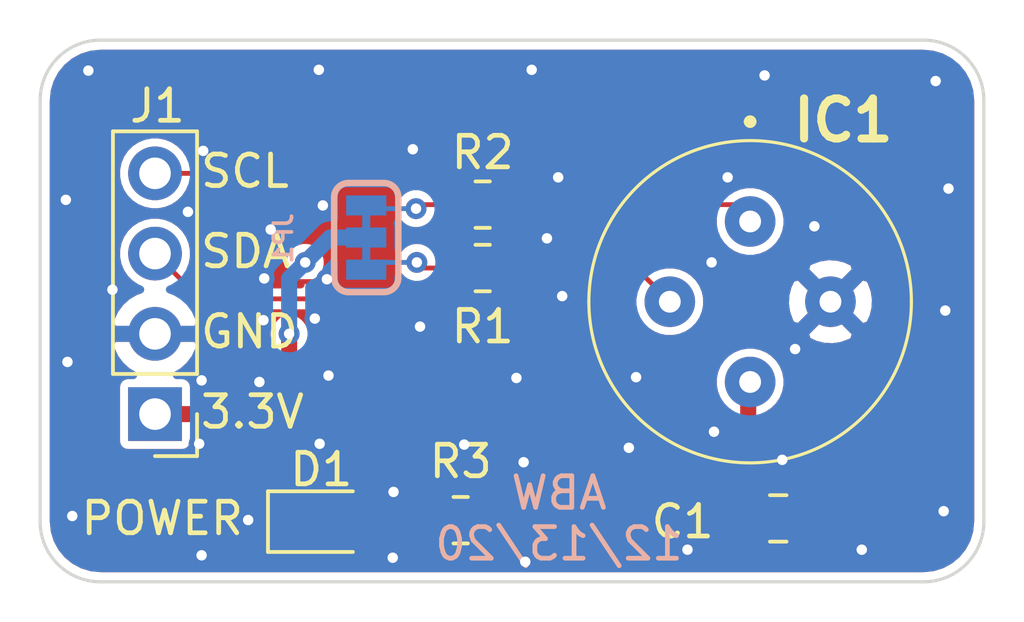
<source format=kicad_pcb>
(kicad_pcb (version 20171130) (host pcbnew "(5.1.8)-1")

  (general
    (thickness 1.6)
    (drawings 14)
    (tracks 95)
    (zones 0)
    (modules 8)
    (nets 8)
  )

  (page A4)
  (layers
    (0 F.Cu signal)
    (31 B.Cu signal)
    (32 B.Adhes user)
    (33 F.Adhes user)
    (34 B.Paste user)
    (35 F.Paste user)
    (36 B.SilkS user)
    (37 F.SilkS user)
    (38 B.Mask user)
    (39 F.Mask user)
    (40 Dwgs.User user)
    (41 Cmts.User user)
    (42 Eco1.User user)
    (43 Eco2.User user)
    (44 Edge.Cuts user)
    (45 Margin user)
    (46 B.CrtYd user)
    (47 F.CrtYd user)
    (48 B.Fab user hide)
    (49 F.Fab user hide)
  )

  (setup
    (last_trace_width 0.1778)
    (user_trace_width 0.1524)
    (user_trace_width 0.1778)
    (user_trace_width 0.254)
    (user_trace_width 0.3048)
    (user_trace_width 0.381)
    (user_trace_width 0.508)
    (user_trace_width 0.635)
    (user_trace_width 0.889)
    (user_trace_width 1.016)
    (user_trace_width 1.27)
    (user_trace_width 1.905)
    (user_trace_width 2.54)
    (trace_clearance 0.2)
    (zone_clearance 0.508)
    (zone_45_only no)
    (trace_min 0.1)
    (via_size 0.8)
    (via_drill 0.4)
    (via_min_size 0.4)
    (via_min_drill 0.3)
    (user_via 0.6096 0.3048)
    (user_via 0.6604 0.3302)
    (user_via 0.889 0.381)
    (user_via 1.397 0.635)
    (uvia_size 0.3)
    (uvia_drill 0.1)
    (uvias_allowed no)
    (uvia_min_size 0.2)
    (uvia_min_drill 0.1)
    (edge_width 0.05)
    (segment_width 0.2)
    (pcb_text_width 0.3)
    (pcb_text_size 1.5 1.5)
    (mod_edge_width 0.12)
    (mod_text_size 1 1)
    (mod_text_width 0.15)
    (pad_size 1.524 1.524)
    (pad_drill 0.762)
    (pad_to_mask_clearance 0.051)
    (solder_mask_min_width 0.25)
    (aux_axis_origin 0 0)
    (visible_elements FFFFFF7F)
    (pcbplotparams
      (layerselection 0x010fc_ffffffff)
      (usegerberextensions false)
      (usegerberattributes true)
      (usegerberadvancedattributes true)
      (creategerberjobfile true)
      (excludeedgelayer true)
      (linewidth 0.100000)
      (plotframeref false)
      (viasonmask false)
      (mode 1)
      (useauxorigin false)
      (hpglpennumber 1)
      (hpglpenspeed 20)
      (hpglpendiameter 15.000000)
      (psnegative false)
      (psa4output false)
      (plotreference true)
      (plotvalue true)
      (plotinvisibletext false)
      (padsonsilk false)
      (subtractmaskfromsilk false)
      (outputformat 1)
      (mirror false)
      (drillshape 1)
      (scaleselection 1)
      (outputdirectory ""))
  )

  (net 0 "")
  (net 1 GND)
  (net 2 +3V3)
  (net 3 /SDA)
  (net 4 /SCL)
  (net 5 "Net-(JP1-Pad3)")
  (net 6 "Net-(JP1-Pad1)")
  (net 7 "Net-(D1-Pad2)")

  (net_class Default "This is the default net class."
    (clearance 0.2)
    (trace_width 0.25)
    (via_dia 0.8)
    (via_drill 0.4)
    (uvia_dia 0.3)
    (uvia_drill 0.1)
    (add_net +3V3)
    (add_net /SCL)
    (add_net /SDA)
    (add_net GND)
    (add_net "Net-(D1-Pad2)")
    (add_net "Net-(JP1-Pad1)")
    (add_net "Net-(JP1-Pad3)")
  )

  (module Resistor_SMD:R_0805_2012Metric (layer F.Cu) (tedit 5F68FEEE) (tstamp 5FD6D0DB)
    (at 143.475 101.555 180)
    (descr "Resistor SMD 0805 (2012 Metric), square (rectangular) end terminal, IPC_7351 nominal, (Body size source: IPC-SM-782 page 72, https://www.pcb-3d.com/wordpress/wp-content/uploads/ipc-sm-782a_amendment_1_and_2.pdf), generated with kicad-footprint-generator")
    (tags resistor)
    (path /5FD83FC3)
    (attr smd)
    (fp_text reference R3 (at 0 1.86) (layer F.SilkS)
      (effects (font (size 1 1) (thickness 0.15)))
    )
    (fp_text value 330 (at 0 1.65) (layer F.Fab)
      (effects (font (size 1 1) (thickness 0.15)))
    )
    (fp_text user %R (at 0 0) (layer F.Fab)
      (effects (font (size 0.5 0.5) (thickness 0.08)))
    )
    (fp_line (start -1 0.625) (end -1 -0.625) (layer F.Fab) (width 0.1))
    (fp_line (start -1 -0.625) (end 1 -0.625) (layer F.Fab) (width 0.1))
    (fp_line (start 1 -0.625) (end 1 0.625) (layer F.Fab) (width 0.1))
    (fp_line (start 1 0.625) (end -1 0.625) (layer F.Fab) (width 0.1))
    (fp_line (start -0.227064 -0.735) (end 0.227064 -0.735) (layer F.SilkS) (width 0.12))
    (fp_line (start -0.227064 0.735) (end 0.227064 0.735) (layer F.SilkS) (width 0.12))
    (fp_line (start -1.68 0.95) (end -1.68 -0.95) (layer F.CrtYd) (width 0.05))
    (fp_line (start -1.68 -0.95) (end 1.68 -0.95) (layer F.CrtYd) (width 0.05))
    (fp_line (start 1.68 -0.95) (end 1.68 0.95) (layer F.CrtYd) (width 0.05))
    (fp_line (start 1.68 0.95) (end -1.68 0.95) (layer F.CrtYd) (width 0.05))
    (pad 2 smd roundrect (at 0.9125 0 180) (size 1.025 1.4) (layers F.Cu F.Paste F.Mask) (roundrect_rratio 0.243902)
      (net 7 "Net-(D1-Pad2)"))
    (pad 1 smd roundrect (at -0.9125 0 180) (size 1.025 1.4) (layers F.Cu F.Paste F.Mask) (roundrect_rratio 0.243902)
      (net 2 +3V3))
    (model ${KISYS3DMOD}/Resistor_SMD.3dshapes/R_0805_2012Metric.wrl
      (at (xyz 0 0 0))
      (scale (xyz 1 1 1))
      (rotate (xyz 0 0 0))
    )
  )

  (module LED_SMD:LED_0805_2012Metric (layer F.Cu) (tedit 5F68FEF1) (tstamp 5FD6D00A)
    (at 139.065 101.6)
    (descr "LED SMD 0805 (2012 Metric), square (rectangular) end terminal, IPC_7351 nominal, (Body size source: https://docs.google.com/spreadsheets/d/1BsfQQcO9C6DZCsRaXUlFlo91Tg2WpOkGARC1WS5S8t0/edit?usp=sharing), generated with kicad-footprint-generator")
    (tags LED)
    (path /5FD84433)
    (attr smd)
    (fp_text reference D1 (at 0 -1.65) (layer F.SilkS)
      (effects (font (size 1 1) (thickness 0.15)))
    )
    (fp_text value LED (at 0 1.65) (layer F.Fab)
      (effects (font (size 1 1) (thickness 0.15)))
    )
    (fp_text user %R (at 0 0) (layer F.Fab)
      (effects (font (size 0.5 0.5) (thickness 0.08)))
    )
    (fp_line (start 1 -0.6) (end -0.7 -0.6) (layer F.Fab) (width 0.1))
    (fp_line (start -0.7 -0.6) (end -1 -0.3) (layer F.Fab) (width 0.1))
    (fp_line (start -1 -0.3) (end -1 0.6) (layer F.Fab) (width 0.1))
    (fp_line (start -1 0.6) (end 1 0.6) (layer F.Fab) (width 0.1))
    (fp_line (start 1 0.6) (end 1 -0.6) (layer F.Fab) (width 0.1))
    (fp_line (start 1 -0.96) (end -1.685 -0.96) (layer F.SilkS) (width 0.12))
    (fp_line (start -1.685 -0.96) (end -1.685 0.96) (layer F.SilkS) (width 0.12))
    (fp_line (start -1.685 0.96) (end 1 0.96) (layer F.SilkS) (width 0.12))
    (fp_line (start -1.68 0.95) (end -1.68 -0.95) (layer F.CrtYd) (width 0.05))
    (fp_line (start -1.68 -0.95) (end 1.68 -0.95) (layer F.CrtYd) (width 0.05))
    (fp_line (start 1.68 -0.95) (end 1.68 0.95) (layer F.CrtYd) (width 0.05))
    (fp_line (start 1.68 0.95) (end -1.68 0.95) (layer F.CrtYd) (width 0.05))
    (pad 2 smd roundrect (at 0.9375 0) (size 0.975 1.4) (layers F.Cu F.Paste F.Mask) (roundrect_rratio 0.25)
      (net 7 "Net-(D1-Pad2)"))
    (pad 1 smd roundrect (at -0.9375 0) (size 0.975 1.4) (layers F.Cu F.Paste F.Mask) (roundrect_rratio 0.25)
      (net 1 GND))
    (model ${KISYS3DMOD}/LED_SMD.3dshapes/LED_0805_2012Metric.wrl
      (at (xyz 0 0 0))
      (scale (xyz 1 1 1))
      (rotate (xyz 0 0 0))
    )
  )

  (module Resistor_SMD:R_0805_2012Metric (layer F.Cu) (tedit 5F68FEEE) (tstamp 5FD6CA2A)
    (at 144.1704 91.567)
    (descr "Resistor SMD 0805 (2012 Metric), square (rectangular) end terminal, IPC_7351 nominal, (Body size source: IPC-SM-782 page 72, https://www.pcb-3d.com/wordpress/wp-content/uploads/ipc-sm-782a_amendment_1_and_2.pdf), generated with kicad-footprint-generator")
    (tags resistor)
    (path /5FD6E511)
    (attr smd)
    (fp_text reference R2 (at 0 -1.65) (layer F.SilkS)
      (effects (font (size 1 1) (thickness 0.15)))
    )
    (fp_text value 2.2k (at 0 1.65) (layer F.Fab)
      (effects (font (size 1 1) (thickness 0.15)))
    )
    (fp_text user %R (at 0 0) (layer F.Fab)
      (effects (font (size 0.5 0.5) (thickness 0.08)))
    )
    (fp_line (start -1 0.625) (end -1 -0.625) (layer F.Fab) (width 0.1))
    (fp_line (start -1 -0.625) (end 1 -0.625) (layer F.Fab) (width 0.1))
    (fp_line (start 1 -0.625) (end 1 0.625) (layer F.Fab) (width 0.1))
    (fp_line (start 1 0.625) (end -1 0.625) (layer F.Fab) (width 0.1))
    (fp_line (start -0.227064 -0.735) (end 0.227064 -0.735) (layer F.SilkS) (width 0.12))
    (fp_line (start -0.227064 0.735) (end 0.227064 0.735) (layer F.SilkS) (width 0.12))
    (fp_line (start -1.68 0.95) (end -1.68 -0.95) (layer F.CrtYd) (width 0.05))
    (fp_line (start -1.68 -0.95) (end 1.68 -0.95) (layer F.CrtYd) (width 0.05))
    (fp_line (start 1.68 -0.95) (end 1.68 0.95) (layer F.CrtYd) (width 0.05))
    (fp_line (start 1.68 0.95) (end -1.68 0.95) (layer F.CrtYd) (width 0.05))
    (pad 2 smd roundrect (at 0.9125 0) (size 1.025 1.4) (layers F.Cu F.Paste F.Mask) (roundrect_rratio 0.243902)
      (net 4 /SCL))
    (pad 1 smd roundrect (at -0.9125 0) (size 1.025 1.4) (layers F.Cu F.Paste F.Mask) (roundrect_rratio 0.243902)
      (net 6 "Net-(JP1-Pad1)"))
    (model ${KISYS3DMOD}/Resistor_SMD.3dshapes/R_0805_2012Metric.wrl
      (at (xyz 0 0 0))
      (scale (xyz 1 1 1))
      (rotate (xyz 0 0 0))
    )
  )

  (module Resistor_SMD:R_0805_2012Metric (layer F.Cu) (tedit 5F68FEEE) (tstamp 5FD6CA19)
    (at 144.1704 93.5736)
    (descr "Resistor SMD 0805 (2012 Metric), square (rectangular) end terminal, IPC_7351 nominal, (Body size source: IPC-SM-782 page 72, https://www.pcb-3d.com/wordpress/wp-content/uploads/ipc-sm-782a_amendment_1_and_2.pdf), generated with kicad-footprint-generator")
    (tags resistor)
    (path /5FD6CAF1)
    (attr smd)
    (fp_text reference R1 (at 0 1.8542) (layer F.SilkS)
      (effects (font (size 1 1) (thickness 0.15)))
    )
    (fp_text value 2.2k (at 0 1.65) (layer F.Fab)
      (effects (font (size 1 1) (thickness 0.15)))
    )
    (fp_text user %R (at 0 0) (layer F.Fab)
      (effects (font (size 0.5 0.5) (thickness 0.08)))
    )
    (fp_line (start -1 0.625) (end -1 -0.625) (layer F.Fab) (width 0.1))
    (fp_line (start -1 -0.625) (end 1 -0.625) (layer F.Fab) (width 0.1))
    (fp_line (start 1 -0.625) (end 1 0.625) (layer F.Fab) (width 0.1))
    (fp_line (start 1 0.625) (end -1 0.625) (layer F.Fab) (width 0.1))
    (fp_line (start -0.227064 -0.735) (end 0.227064 -0.735) (layer F.SilkS) (width 0.12))
    (fp_line (start -0.227064 0.735) (end 0.227064 0.735) (layer F.SilkS) (width 0.12))
    (fp_line (start -1.68 0.95) (end -1.68 -0.95) (layer F.CrtYd) (width 0.05))
    (fp_line (start -1.68 -0.95) (end 1.68 -0.95) (layer F.CrtYd) (width 0.05))
    (fp_line (start 1.68 -0.95) (end 1.68 0.95) (layer F.CrtYd) (width 0.05))
    (fp_line (start 1.68 0.95) (end -1.68 0.95) (layer F.CrtYd) (width 0.05))
    (pad 2 smd roundrect (at 0.9125 0) (size 1.025 1.4) (layers F.Cu F.Paste F.Mask) (roundrect_rratio 0.243902)
      (net 3 /SDA))
    (pad 1 smd roundrect (at -0.9125 0) (size 1.025 1.4) (layers F.Cu F.Paste F.Mask) (roundrect_rratio 0.243902)
      (net 5 "Net-(JP1-Pad3)"))
    (model ${KISYS3DMOD}/Resistor_SMD.3dshapes/R_0805_2012Metric.wrl
      (at (xyz 0 0 0))
      (scale (xyz 1 1 1))
      (rotate (xyz 0 0 0))
    )
  )

  (module Capacitor_SMD:C_0805_2012Metric (layer F.Cu) (tedit 5F68FEEE) (tstamp 5FD6C988)
    (at 153.5176 101.4984)
    (descr "Capacitor SMD 0805 (2012 Metric), square (rectangular) end terminal, IPC_7351 nominal, (Body size source: IPC-SM-782 page 76, https://www.pcb-3d.com/wordpress/wp-content/uploads/ipc-sm-782a_amendment_1_and_2.pdf, https://docs.google.com/spreadsheets/d/1BsfQQcO9C6DZCsRaXUlFlo91Tg2WpOkGARC1WS5S8t0/edit?usp=sharing), generated with kicad-footprint-generator")
    (tags capacitor)
    (path /5FD6CD93)
    (attr smd)
    (fp_text reference C1 (at -3.0226 0.1016) (layer F.SilkS)
      (effects (font (size 1 1) (thickness 0.15)))
    )
    (fp_text value 0.1uF (at 0 1.68) (layer F.Fab)
      (effects (font (size 1 1) (thickness 0.15)))
    )
    (fp_text user %R (at 0 0) (layer F.Fab)
      (effects (font (size 0.5 0.5) (thickness 0.08)))
    )
    (fp_line (start -1 0.625) (end -1 -0.625) (layer F.Fab) (width 0.1))
    (fp_line (start -1 -0.625) (end 1 -0.625) (layer F.Fab) (width 0.1))
    (fp_line (start 1 -0.625) (end 1 0.625) (layer F.Fab) (width 0.1))
    (fp_line (start 1 0.625) (end -1 0.625) (layer F.Fab) (width 0.1))
    (fp_line (start -0.261252 -0.735) (end 0.261252 -0.735) (layer F.SilkS) (width 0.12))
    (fp_line (start -0.261252 0.735) (end 0.261252 0.735) (layer F.SilkS) (width 0.12))
    (fp_line (start -1.7 0.98) (end -1.7 -0.98) (layer F.CrtYd) (width 0.05))
    (fp_line (start -1.7 -0.98) (end 1.7 -0.98) (layer F.CrtYd) (width 0.05))
    (fp_line (start 1.7 -0.98) (end 1.7 0.98) (layer F.CrtYd) (width 0.05))
    (fp_line (start 1.7 0.98) (end -1.7 0.98) (layer F.CrtYd) (width 0.05))
    (pad 2 smd roundrect (at 0.95 0) (size 1 1.45) (layers F.Cu F.Paste F.Mask) (roundrect_rratio 0.25)
      (net 1 GND))
    (pad 1 smd roundrect (at -0.95 0) (size 1 1.45) (layers F.Cu F.Paste F.Mask) (roundrect_rratio 0.25)
      (net 2 +3V3))
    (model ${KISYS3DMOD}/Capacitor_SMD.3dshapes/C_0805_2012Metric.wrl
      (at (xyz 0 0 0))
      (scale (xyz 1 1 1))
      (rotate (xyz 0 0 0))
    )
  )

  (module Jumper:SMT-JUMPER_3_2-NC_TRACE_SILK (layer B.Cu) (tedit 0) (tstamp 5FD6C6AC)
    (at 140.4874 92.6084 270)
    (path /5FD6D180)
    (fp_text reference JP1 (at 0.0284 2.286 270) (layer B.SilkS)
      (effects (font (size 0.57912 0.57912) (thickness 0.115824)) (justify bottom mirror))
    )
    (fp_text value I2C (at 0 -1.143 270) (layer B.Fab)
      (effects (font (size 0.57912 0.57912) (thickness 0.115824)) (justify top mirror))
    )
    (fp_arc (start 1.27 -0.5588) (end 1.27 -1.016) (angle 90) (layer B.SilkS) (width 0.2032))
    (fp_arc (start -1.27 -0.5588) (end -1.7272 -0.5588) (angle 90) (layer B.SilkS) (width 0.2032))
    (fp_arc (start -1.27 0.5588) (end -1.7272 0.5588) (angle -90) (layer B.SilkS) (width 0.2032))
    (fp_arc (start 1.27 0.5588) (end 1.27 1.016) (angle -90) (layer B.SilkS) (width 0.2032))
    (fp_line (start 1.27 -1.016) (end -1.27 -1.016) (layer B.SilkS) (width 0.2032))
    (fp_line (start 1.7272 -0.5588) (end 1.7272 0.5588) (layer B.SilkS) (width 0.2032))
    (fp_line (start -1.7272 -0.5588) (end -1.7272 0.5588) (layer B.SilkS) (width 0.2032))
    (fp_line (start -1.27 1.016) (end 1.27 1.016) (layer B.SilkS) (width 0.2032))
    (fp_poly (pts (xy -0.6985 0.127) (xy 0.6985 0.127) (xy 0.6985 -0.127) (xy -0.6985 -0.127)) (layer B.Mask) (width 0))
    (fp_poly (pts (xy 0.3048 -0.127) (xy 0.7112 -0.127) (xy 0.7112 0.127) (xy 0.3048 0.127)) (layer B.Cu) (width 0))
    (fp_poly (pts (xy -0.7112 -0.127) (xy -0.3048 -0.127) (xy -0.3048 0.127) (xy -0.7112 0.127)) (layer B.Cu) (width 0))
    (pad 3 smd rect (at 1.016 0 270) (size 0.635 1.27) (layers B.Cu B.Mask)
      (net 5 "Net-(JP1-Pad3)") (solder_mask_margin 0.1016))
    (pad 2 smd rect (at 0 0 270) (size 0.635 1.27) (layers B.Cu B.Mask)
      (net 2 +3V3) (solder_mask_margin 0.1016))
    (pad 1 smd rect (at -1.016 0 270) (size 0.635 1.27) (layers B.Cu B.Mask)
      (net 6 "Net-(JP1-Pad1)") (solder_mask_margin 0.1016))
  )

  (module Connector_PinHeader_2.54mm:PinHeader_1x04_P2.54mm_Vertical (layer F.Cu) (tedit 59FED5CC) (tstamp 5FD6C69A)
    (at 133.8072 98.1964 180)
    (descr "Through hole straight pin header, 1x04, 2.54mm pitch, single row")
    (tags "Through hole pin header THT 1x04 2.54mm single row")
    (path /5FD6DF01)
    (fp_text reference J1 (at -0.0762 9.7536) (layer F.SilkS)
      (effects (font (size 1 1) (thickness 0.15)))
    )
    (fp_text value Conn_01x04 (at 0 9.95) (layer F.Fab)
      (effects (font (size 1 1) (thickness 0.15)))
    )
    (fp_text user %R (at 0 3.81 90) (layer F.Fab)
      (effects (font (size 1 1) (thickness 0.15)))
    )
    (fp_line (start -0.635 -1.27) (end 1.27 -1.27) (layer F.Fab) (width 0.1))
    (fp_line (start 1.27 -1.27) (end 1.27 8.89) (layer F.Fab) (width 0.1))
    (fp_line (start 1.27 8.89) (end -1.27 8.89) (layer F.Fab) (width 0.1))
    (fp_line (start -1.27 8.89) (end -1.27 -0.635) (layer F.Fab) (width 0.1))
    (fp_line (start -1.27 -0.635) (end -0.635 -1.27) (layer F.Fab) (width 0.1))
    (fp_line (start -1.33 8.95) (end 1.33 8.95) (layer F.SilkS) (width 0.12))
    (fp_line (start -1.33 1.27) (end -1.33 8.95) (layer F.SilkS) (width 0.12))
    (fp_line (start 1.33 1.27) (end 1.33 8.95) (layer F.SilkS) (width 0.12))
    (fp_line (start -1.33 1.27) (end 1.33 1.27) (layer F.SilkS) (width 0.12))
    (fp_line (start -1.33 0) (end -1.33 -1.33) (layer F.SilkS) (width 0.12))
    (fp_line (start -1.33 -1.33) (end 0 -1.33) (layer F.SilkS) (width 0.12))
    (fp_line (start -1.8 -1.8) (end -1.8 9.4) (layer F.CrtYd) (width 0.05))
    (fp_line (start -1.8 9.4) (end 1.8 9.4) (layer F.CrtYd) (width 0.05))
    (fp_line (start 1.8 9.4) (end 1.8 -1.8) (layer F.CrtYd) (width 0.05))
    (fp_line (start 1.8 -1.8) (end -1.8 -1.8) (layer F.CrtYd) (width 0.05))
    (pad 4 thru_hole oval (at 0 7.62 180) (size 1.7 1.7) (drill 1) (layers *.Cu *.Mask)
      (net 4 /SCL))
    (pad 3 thru_hole oval (at 0 5.08 180) (size 1.7 1.7) (drill 1) (layers *.Cu *.Mask)
      (net 3 /SDA))
    (pad 2 thru_hole oval (at 0 2.54 180) (size 1.7 1.7) (drill 1) (layers *.Cu *.Mask)
      (net 1 GND))
    (pad 1 thru_hole rect (at 0 0 180) (size 1.7 1.7) (drill 1) (layers *.Cu *.Mask)
      (net 2 +3V3))
    (model ${KISYS3DMOD}/Connector_PinHeader_2.54mm.3dshapes/PinHeader_1x04_P2.54mm_Vertical.wrl
      (offset (xyz 0 0 -1.5))
      (scale (xyz 1 1 1))
      (rotate (xyz 0 180 0))
    )
  )

  (module SamacSys_Parts:MLX90614ESFDCC000SP (layer F.Cu) (tedit 0) (tstamp 5FD6C682)
    (at 152.6286 92.1004)
    (descr MLX90614ESF-DCC-000-SP-4)
    (tags "Integrated Circuit")
    (path /5FD6C378)
    (fp_text reference IC1 (at 2.9464 -3.2004) (layer F.SilkS)
      (effects (font (size 1.27 1.27) (thickness 0.254)))
    )
    (fp_text value MLX90614ESF-ACF-000-TU (at 0 2.19) (layer F.SilkS) hide
      (effects (font (size 1.27 1.27) (thickness 0.254)))
    )
    (fp_arc (start 0 -3.16) (end -0.1 -3.16) (angle -180) (layer F.SilkS) (width 0.2))
    (fp_arc (start 0 -3.16) (end 0.1 -3.16) (angle -180) (layer F.SilkS) (width 0.2))
    (fp_arc (start 0 2.54) (end -5.1 2.54) (angle -180) (layer F.SilkS) (width 0.1))
    (fp_arc (start 0 2.54) (end 5.1 2.54) (angle -180) (layer F.SilkS) (width 0.1))
    (fp_arc (start 0 2.54) (end -5.1 2.54) (angle -180) (layer F.Fab) (width 0.2))
    (fp_arc (start 0 2.54) (end 5.1 2.54) (angle -180) (layer F.Fab) (width 0.2))
    (fp_text user %R (at 0 2.19) (layer F.Fab)
      (effects (font (size 1.27 1.27) (thickness 0.254)))
    )
    (fp_line (start 5.6 -3.76) (end -5.6 -3.76) (layer F.CrtYd) (width 0.1))
    (fp_line (start -5.6 -3.76) (end -5.6 8.14) (layer F.CrtYd) (width 0.1))
    (fp_line (start -5.6 8.14) (end 5.6 8.14) (layer F.CrtYd) (width 0.1))
    (fp_line (start 5.6 8.14) (end 5.6 -3.76) (layer F.CrtYd) (width 0.1))
    (fp_line (start 5.1 2.54) (end 5.1 2.54) (layer F.Fab) (width 0.2))
    (fp_line (start -5.1 2.54) (end -5.1 2.54) (layer F.Fab) (width 0.2))
    (fp_line (start 5.1 2.54) (end 5.1 2.54) (layer F.SilkS) (width 0.1))
    (fp_line (start -5.1 2.54) (end -5.1 2.54) (layer F.SilkS) (width 0.1))
    (fp_line (start 0.1 -3.16) (end 0.1 -3.16) (layer F.SilkS) (width 0.2))
    (fp_line (start -0.1 -3.16) (end -0.1 -3.16) (layer F.SilkS) (width 0.2))
    (pad 4 thru_hole circle (at 2.54 2.54) (size 1.6 1.6) (drill 0.69) (layers *.Cu *.Mask)
      (net 1 GND))
    (pad 3 thru_hole circle (at 0 5.08) (size 1.6 1.6) (drill 0.69) (layers *.Cu *.Mask)
      (net 2 +3V3))
    (pad 2 thru_hole circle (at -2.54 2.54) (size 1.6 1.6) (drill 0.69) (layers *.Cu *.Mask)
      (net 3 /SDA))
    (pad 1 thru_hole circle (at 0 0) (size 1.6 1.6) (drill 0.69) (layers *.Cu *.Mask)
      (net 4 /SCL))
    (model "D:\\AveryW\\Assorted Programs\\KiCad\\SamacSys_Parts.3dshapes\\MLX90614ESF-ACF-000-TU.stp"
      (at (xyz 0 0 0))
      (scale (xyz 1 1 1))
      (rotate (xyz 0 0 0))
    )
  )

  (gr_text POWER (at 134.0358 101.4984) (layer F.SilkS)
    (effects (font (size 1 1) (thickness 0.15)))
  )
  (gr_text "ABW\n12/13/20" (at 146.5834 101.4984) (layer B.SilkS)
    (effects (font (size 1 1) (thickness 0.15)) (justify mirror))
  )
  (gr_text SCL (at 136.652 90.5089) (layer F.SilkS)
    (effects (font (size 1 1) (thickness 0.15)))
  )
  (gr_text SDA (at 136.67581 93.0489) (layer F.SilkS)
    (effects (font (size 1 1) (thickness 0.15)))
  )
  (gr_text GND (at 136.794857 95.5889) (layer F.SilkS)
    (effects (font (size 1 1) (thickness 0.15)))
  )
  (gr_text 3.3V (at 136.890095 98.1289) (layer F.SilkS)
    (effects (font (size 1 1) (thickness 0.15)))
  )
  (gr_arc (start 132.08 101.6) (end 130.175 101.6) (angle -90) (layer Edge.Cuts) (width 0.1) (tstamp 5FD6CDA3))
  (gr_arc (start 158.115 101.6) (end 158.115 103.505) (angle -90) (layer Edge.Cuts) (width 0.1) (tstamp 5FD6CDA3))
  (gr_arc (start 158.115 88.265) (end 160.02 88.265) (angle -90) (layer Edge.Cuts) (width 0.1) (tstamp 5FD6CDA3))
  (gr_arc (start 132.08 88.265) (end 132.08 86.36) (angle -90) (layer Edge.Cuts) (width 0.1))
  (gr_line (start 160.02 88.265) (end 160.02 101.6) (layer Edge.Cuts) (width 0.1))
  (gr_line (start 132.08 86.36) (end 158.115 86.36) (layer Edge.Cuts) (width 0.1))
  (gr_line (start 130.175 101.6) (end 130.175 88.265) (layer Edge.Cuts) (width 0.1))
  (gr_line (start 158.115 103.505) (end 132.08 103.505) (layer Edge.Cuts) (width 0.1))

  (via (at 137.2616 93.9038) (size 0.6604) (drill 0.3302) (layers F.Cu B.Cu) (net 1))
  (via (at 139.2428 93.9292) (size 0.6604) (drill 0.3302) (layers F.Cu B.Cu) (net 1))
  (via (at 137.2362 95.2246) (size 0.6604) (drill 0.3302) (layers F.Cu B.Cu) (net 1))
  (via (at 138.8618 95.1738) (size 0.6604) (drill 0.3302) (layers F.Cu B.Cu) (net 1))
  (segment (start 138.737999 95.049999) (end 138.8618 95.1738) (width 0.1524) (layer F.Cu) (net 1))
  (segment (start 137.757927 95.049999) (end 138.737999 95.049999) (width 0.1524) (layer F.Cu) (net 1))
  (segment (start 137.583326 95.2246) (end 137.757927 95.049999) (width 0.1524) (layer F.Cu) (net 1))
  (segment (start 137.2362 95.2246) (end 137.583326 95.2246) (width 0.1524) (layer F.Cu) (net 1))
  (segment (start 137.360001 94.002201) (end 137.2616 93.9038) (width 0.1524) (layer F.Cu) (net 1))
  (segment (start 139.169799 94.002201) (end 137.360001 94.002201) (width 0.1524) (layer F.Cu) (net 1))
  (segment (start 139.2428 93.9292) (end 139.169799 94.002201) (width 0.1524) (layer F.Cu) (net 1))
  (segment (start 136.8044 95.6564) (end 137.2362 95.2246) (width 0.1524) (layer F.Cu) (net 1))
  (segment (start 133.8072 95.6564) (end 136.8044 95.6564) (width 0.1524) (layer F.Cu) (net 1))
  (via (at 143.5862 99.1616) (size 0.6604) (drill 0.3302) (layers F.Cu B.Cu) (net 1))
  (via (at 139.0142 99.1362) (size 0.6604) (drill 0.3302) (layers F.Cu B.Cu) (net 1))
  (via (at 135.2042 99.1362) (size 0.6604) (drill 0.3302) (layers F.Cu B.Cu) (net 1))
  (via (at 135.2804 102.6668) (size 0.6604) (drill 0.3302) (layers F.Cu B.Cu) (net 1))
  (via (at 141.3256 102.743) (size 0.6604) (drill 0.3302) (layers F.Cu B.Cu) (net 1))
  (via (at 141.351 100.6602) (size 0.6604) (drill 0.3302) (layers F.Cu B.Cu) (net 1))
  (via (at 136.7536 101.5492) (size 0.6604) (drill 0.3302) (layers F.Cu B.Cu) (net 1))
  (via (at 145.5166 102.87) (size 0.6604) (drill 0.3302) (layers F.Cu B.Cu) (net 1))
  (via (at 145.4658 99.7204) (size 0.6604) (drill 0.3302) (layers F.Cu B.Cu) (net 1))
  (via (at 148.7932 99.2632) (size 0.6604) (drill 0.3302) (layers F.Cu B.Cu) (net 1))
  (via (at 150.6474 102.489) (size 0.6604) (drill 0.3302) (layers F.Cu B.Cu) (net 1))
  (via (at 156.1592 102.489) (size 0.6604) (drill 0.3302) (layers F.Cu B.Cu) (net 1))
  (via (at 153.6446 99.6442) (size 0.6604) (drill 0.3302) (layers F.Cu B.Cu) (net 1))
  (via (at 151.4856 98.7552) (size 0.6604) (drill 0.3302) (layers F.Cu B.Cu) (net 1))
  (via (at 149.0218 97.028) (size 0.6604) (drill 0.3302) (layers F.Cu B.Cu) (net 1))
  (via (at 145.2372 97.0534) (size 0.6604) (drill 0.3302) (layers F.Cu B.Cu) (net 1))
  (via (at 139.2936 96.9772) (size 0.6604) (drill 0.3302) (layers F.Cu B.Cu) (net 1))
  (via (at 142.1892 95.4278) (size 0.6604) (drill 0.3302) (layers F.Cu B.Cu) (net 1))
  (via (at 146.685 94.4626) (size 0.6604) (drill 0.3302) (layers F.Cu B.Cu) (net 1))
  (via (at 146.2024 92.6338) (size 0.6604) (drill 0.3302) (layers F.Cu B.Cu) (net 1))
  (via (at 151.4094 93.3958) (size 0.6604) (drill 0.3302) (layers F.Cu B.Cu) (net 1))
  (via (at 154.051 96.139) (size 0.6604) (drill 0.3302) (layers F.Cu B.Cu) (net 1))
  (via (at 154.6606 92.2528) (size 0.6604) (drill 0.3302) (layers F.Cu B.Cu) (net 1))
  (via (at 158.496 87.6554) (size 0.6604) (drill 0.3302) (layers F.Cu B.Cu) (net 1))
  (via (at 153.0858 87.4776) (size 0.6604) (drill 0.3302) (layers F.Cu B.Cu) (net 1))
  (via (at 145.7198 87.2998) (size 0.6604) (drill 0.3302) (layers F.Cu B.Cu) (net 1))
  (via (at 138.9888 87.2998) (size 0.6604) (drill 0.3302) (layers F.Cu B.Cu) (net 1))
  (via (at 131.699 87.3252) (size 0.6604) (drill 0.3302) (layers F.Cu B.Cu) (net 1))
  (via (at 130.9878 91.4146) (size 0.6604) (drill 0.3302) (layers F.Cu B.Cu) (net 1))
  (via (at 131.0386 96.5454) (size 0.6604) (drill 0.3302) (layers F.Cu B.Cu) (net 1))
  (via (at 131.191 101.4222) (size 0.6604) (drill 0.3302) (layers F.Cu B.Cu) (net 1))
  (via (at 135.2804 97.1296) (size 0.6604) (drill 0.3302) (layers F.Cu B.Cu) (net 1))
  (via (at 137.1092 97.1804) (size 0.6604) (drill 0.3302) (layers F.Cu B.Cu) (net 1))
  (via (at 134.8486 91.7956) (size 0.6604) (drill 0.3302) (layers F.Cu B.Cu) (net 1))
  (via (at 139.1158 91.5924) (size 0.6604) (drill 0.3302) (layers F.Cu B.Cu) (net 1))
  (via (at 137.4648 92.3544) (size 0.6604) (drill 0.3302) (layers F.Cu B.Cu) (net 1))
  (via (at 135.3312 89.8652) (size 0.6604) (drill 0.3302) (layers F.Cu B.Cu) (net 1))
  (via (at 141.9606 89.8144) (size 0.6604) (drill 0.3302) (layers F.Cu B.Cu) (net 1))
  (via (at 146.558 90.7034) (size 0.6604) (drill 0.3302) (layers F.Cu B.Cu) (net 1))
  (via (at 151.9174 90.7034) (size 0.6604) (drill 0.3302) (layers F.Cu B.Cu) (net 1))
  (via (at 158.75 101.2698) (size 0.6604) (drill 0.3302) (layers F.Cu B.Cu) (net 1))
  (via (at 158.8008 94.9198) (size 0.6604) (drill 0.3302) (layers F.Cu B.Cu) (net 1))
  (via (at 158.9024 91.059) (size 0.6604) (drill 0.3302) (layers F.Cu B.Cu) (net 1))
  (via (at 132.461 94.2594) (size 0.6604) (drill 0.3302) (layers F.Cu B.Cu) (net 1))
  (segment (start 139.3444 92.6084) (end 138.557 93.3958) (width 0.508) (layer B.Cu) (net 2))
  (segment (start 140.4874 92.6084) (end 139.3444 92.6084) (width 0.508) (layer B.Cu) (net 2))
  (segment (start 138.049 93.9038) (end 138.049 95.6564) (width 0.508) (layer B.Cu) (net 2))
  (segment (start 138.557 93.3958) (end 138.049 93.9038) (width 0.508) (layer B.Cu) (net 2) (tstamp 5FD6CD2E))
  (via (at 138.557 93.3958) (size 0.6604) (drill 0.3302) (layers F.Cu B.Cu) (net 2))
  (via (at 138.049 95.6564) (size 0.6604) (drill 0.3302) (layers F.Cu B.Cu) (net 2))
  (segment (start 149.2656 98.1964) (end 152.5676 101.4984) (width 0.508) (layer F.Cu) (net 2))
  (segment (start 152.5676 97.2414) (end 152.6286 97.1804) (width 0.508) (layer F.Cu) (net 2))
  (segment (start 152.5676 101.4984) (end 152.5676 97.2414) (width 0.508) (layer F.Cu) (net 2))
  (segment (start 138.049 98.1202) (end 138.1252 98.1964) (width 0.508) (layer F.Cu) (net 2))
  (segment (start 138.049 95.6564) (end 138.049 98.1202) (width 0.508) (layer F.Cu) (net 2))
  (segment (start 133.8072 98.1964) (end 138.1252 98.1964) (width 0.508) (layer F.Cu) (net 2))
  (segment (start 138.1252 98.1964) (end 144.3736 98.1964) (width 0.508) (layer F.Cu) (net 2))
  (segment (start 144.3875 99.4525) (end 145.6436 98.1964) (width 0.1778) (layer F.Cu) (net 2))
  (segment (start 144.3875 101.555) (end 144.3875 99.4525) (width 0.1778) (layer F.Cu) (net 2))
  (segment (start 145.6436 98.1964) (end 149.2656 98.1964) (width 0.508) (layer F.Cu) (net 2))
  (segment (start 144.3736 98.1964) (end 145.6436 98.1964) (width 0.508) (layer F.Cu) (net 2))
  (segment (start 144.10669 94.54981) (end 145.0829 93.5736) (width 0.1524) (layer F.Cu) (net 3))
  (segment (start 135.24061 94.54981) (end 144.10669 94.54981) (width 0.1524) (layer F.Cu) (net 3))
  (segment (start 133.8072 93.1164) (end 135.24061 94.54981) (width 0.1524) (layer F.Cu) (net 3))
  (segment (start 149.0218 93.5736) (end 150.0886 94.6404) (width 0.1524) (layer F.Cu) (net 3))
  (segment (start 145.0829 93.5736) (end 149.0218 93.5736) (width 0.1524) (layer F.Cu) (net 3))
  (segment (start 144.0923 90.5764) (end 145.0829 91.567) (width 0.1524) (layer F.Cu) (net 4))
  (segment (start 133.8072 90.5764) (end 144.0923 90.5764) (width 0.1524) (layer F.Cu) (net 4))
  (segment (start 152.0952 91.567) (end 152.6286 92.1004) (width 0.1524) (layer F.Cu) (net 4))
  (segment (start 145.0829 91.567) (end 152.0952 91.567) (width 0.1524) (layer F.Cu) (net 4))
  (via (at 142.0876 93.3958) (size 0.6604) (drill 0.3302) (layers F.Cu B.Cu) (net 5))
  (segment (start 142.2654 93.5736) (end 142.0876 93.3958) (width 0.1524) (layer F.Cu) (net 5))
  (segment (start 143.2579 93.5736) (end 142.2654 93.5736) (width 0.1524) (layer F.Cu) (net 5))
  (segment (start 140.716 93.3958) (end 140.4874 93.6244) (width 0.1524) (layer B.Cu) (net 5))
  (segment (start 142.0876 93.3958) (end 140.716 93.3958) (width 0.1524) (layer B.Cu) (net 5))
  (via (at 142.0622 91.694) (size 0.6604) (drill 0.3302) (layers F.Cu B.Cu) (net 6))
  (segment (start 142.1892 91.567) (end 142.0622 91.694) (width 0.1524) (layer F.Cu) (net 6))
  (segment (start 143.2579 91.567) (end 142.1892 91.567) (width 0.1524) (layer F.Cu) (net 6))
  (segment (start 140.589 91.694) (end 140.4874 91.5924) (width 0.1524) (layer B.Cu) (net 6))
  (segment (start 142.0622 91.694) (end 140.589 91.694) (width 0.1524) (layer B.Cu) (net 6))
  (segment (start 140.0475 101.555) (end 140.0025 101.6) (width 0.1778) (layer F.Cu) (net 7))
  (segment (start 142.5625 101.555) (end 140.0475 101.555) (width 0.1778) (layer F.Cu) (net 7))

  (zone (net 1) (net_name GND) (layer F.Cu) (tstamp 0) (hatch edge 0.508)
    (connect_pads (clearance 0.254))
    (min_thickness 0.254)
    (fill yes (arc_segments 32) (thermal_gap 0.508) (thermal_bridge_width 0.508))
    (polygon
      (pts
        (xy 161.29 104.775) (xy 128.905 104.775) (xy 128.905 85.09) (xy 161.29 85.09)
      )
    )
    (filled_polygon
      (pts
        (xy 158.400898 86.821099) (xy 158.675907 86.904129) (xy 158.929556 87.038996) (xy 159.152175 87.22056) (xy 159.335287 87.441905)
        (xy 159.47192 87.694602) (xy 159.556869 87.969027) (xy 159.589 88.274727) (xy 159.589001 101.578912) (xy 159.558901 101.885897)
        (xy 159.47587 102.16091) (xy 159.341004 102.414556) (xy 159.15944 102.637175) (xy 158.938096 102.820287) (xy 158.685396 102.956921)
        (xy 158.410971 103.04187) (xy 158.105273 103.074) (xy 132.101078 103.074) (xy 131.794103 103.043901) (xy 131.51909 102.96087)
        (xy 131.265444 102.826004) (xy 131.042825 102.64444) (xy 130.859713 102.423096) (xy 130.793156 102.3) (xy 137.001928 102.3)
        (xy 137.014188 102.424482) (xy 137.050498 102.54418) (xy 137.109463 102.654494) (xy 137.188815 102.751185) (xy 137.285506 102.830537)
        (xy 137.39582 102.889502) (xy 137.515518 102.925812) (xy 137.64 102.938072) (xy 137.84175 102.935) (xy 138.0005 102.77625)
        (xy 138.0005 101.727) (xy 137.16375 101.727) (xy 137.005 101.88575) (xy 137.001928 102.3) (xy 130.793156 102.3)
        (xy 130.723079 102.170396) (xy 130.63813 101.895971) (xy 130.606 101.590273) (xy 130.606 100.9) (xy 137.001928 100.9)
        (xy 137.005 101.31425) (xy 137.16375 101.473) (xy 138.0005 101.473) (xy 138.0005 100.42375) (xy 138.2545 100.42375)
        (xy 138.2545 101.473) (xy 138.2745 101.473) (xy 138.2745 101.727) (xy 138.2545 101.727) (xy 138.2545 102.77625)
        (xy 138.41325 102.935) (xy 138.615 102.938072) (xy 138.739482 102.925812) (xy 138.85918 102.889502) (xy 138.969494 102.830537)
        (xy 139.066185 102.751185) (xy 139.145537 102.654494) (xy 139.204502 102.54418) (xy 139.240812 102.424482) (xy 139.242254 102.409845)
        (xy 139.315682 102.499318) (xy 139.410634 102.577243) (xy 139.518963 102.635146) (xy 139.636508 102.670803) (xy 139.75875 102.682843)
        (xy 140.24625 102.682843) (xy 140.368492 102.670803) (xy 140.486037 102.635146) (xy 140.594366 102.577243) (xy 140.689318 102.499318)
        (xy 140.767243 102.404366) (xy 140.825146 102.296037) (xy 140.860803 102.178492) (xy 140.872843 102.05625) (xy 140.872843 102.0249)
        (xy 141.669117 102.0249) (xy 141.679317 102.128462) (xy 141.715329 102.247179) (xy 141.77381 102.356589) (xy 141.852512 102.452488)
        (xy 141.948411 102.53119) (xy 142.057821 102.589671) (xy 142.176538 102.625683) (xy 142.299999 102.637843) (xy 142.825001 102.637843)
        (xy 142.948462 102.625683) (xy 143.067179 102.589671) (xy 143.176589 102.53119) (xy 143.272488 102.452488) (xy 143.35119 102.356589)
        (xy 143.409671 102.247179) (xy 143.445683 102.128462) (xy 143.457843 102.005001) (xy 143.457843 101.104999) (xy 143.445683 100.981538)
        (xy 143.409671 100.862821) (xy 143.35119 100.753411) (xy 143.272488 100.657512) (xy 143.176589 100.57881) (xy 143.067179 100.520329)
        (xy 142.948462 100.484317) (xy 142.825001 100.472157) (xy 142.299999 100.472157) (xy 142.176538 100.484317) (xy 142.057821 100.520329)
        (xy 141.948411 100.57881) (xy 141.852512 100.657512) (xy 141.77381 100.753411) (xy 141.715329 100.862821) (xy 141.679317 100.981538)
        (xy 141.669117 101.0851) (xy 140.867066 101.0851) (xy 140.860803 101.021508) (xy 140.825146 100.903963) (xy 140.767243 100.795634)
        (xy 140.689318 100.700682) (xy 140.594366 100.622757) (xy 140.486037 100.564854) (xy 140.368492 100.529197) (xy 140.24625 100.517157)
        (xy 139.75875 100.517157) (xy 139.636508 100.529197) (xy 139.518963 100.564854) (xy 139.410634 100.622757) (xy 139.315682 100.700682)
        (xy 139.242254 100.790155) (xy 139.240812 100.775518) (xy 139.204502 100.65582) (xy 139.145537 100.545506) (xy 139.066185 100.448815)
        (xy 138.969494 100.369463) (xy 138.85918 100.310498) (xy 138.739482 100.274188) (xy 138.615 100.261928) (xy 138.41325 100.265)
        (xy 138.2545 100.42375) (xy 138.0005 100.42375) (xy 137.84175 100.265) (xy 137.64 100.261928) (xy 137.515518 100.274188)
        (xy 137.39582 100.310498) (xy 137.285506 100.369463) (xy 137.188815 100.448815) (xy 137.109463 100.545506) (xy 137.050498 100.65582)
        (xy 137.014188 100.775518) (xy 137.001928 100.9) (xy 130.606 100.9) (xy 130.606 95.29951) (xy 132.365724 95.29951)
        (xy 132.487045 95.5294) (xy 133.6802 95.5294) (xy 133.6802 95.5094) (xy 133.9342 95.5094) (xy 133.9342 95.5294)
        (xy 135.127355 95.5294) (xy 135.248676 95.29951) (xy 135.204025 95.152301) (xy 135.128409 94.993547) (xy 135.150983 95.000395)
        (xy 135.21815 95.00701) (xy 135.21816 95.00701) (xy 135.24061 95.009221) (xy 135.26306 95.00701) (xy 137.758312 95.00701)
        (xy 137.712121 95.026143) (xy 137.595637 95.103975) (xy 137.496575 95.203037) (xy 137.418743 95.319521) (xy 137.365131 95.448951)
        (xy 137.3378 95.586353) (xy 137.3378 95.726447) (xy 137.365131 95.863849) (xy 137.414 95.981829) (xy 137.414001 97.5614)
        (xy 135.040043 97.5614) (xy 135.040043 97.3464) (xy 135.032687 97.271711) (xy 135.010901 97.199892) (xy 134.975522 97.133704)
        (xy 134.927911 97.075689) (xy 134.869896 97.028078) (xy 134.803708 96.992699) (xy 134.731889 96.970913) (xy 134.6572 96.963557)
        (xy 134.500567 96.963557) (xy 134.688555 96.851578) (xy 134.904788 96.656669) (xy 135.078841 96.42332) (xy 135.204025 96.160499)
        (xy 135.248676 96.01329) (xy 135.127355 95.7834) (xy 133.9342 95.7834) (xy 133.9342 95.8034) (xy 133.6802 95.8034)
        (xy 133.6802 95.7834) (xy 132.487045 95.7834) (xy 132.365724 96.01329) (xy 132.410375 96.160499) (xy 132.535559 96.42332)
        (xy 132.709612 96.656669) (xy 132.925845 96.851578) (xy 133.113833 96.963557) (xy 132.9572 96.963557) (xy 132.882511 96.970913)
        (xy 132.810692 96.992699) (xy 132.744504 97.028078) (xy 132.686489 97.075689) (xy 132.638878 97.133704) (xy 132.603499 97.199892)
        (xy 132.581713 97.271711) (xy 132.574357 97.3464) (xy 132.574357 99.0464) (xy 132.581713 99.121089) (xy 132.603499 99.192908)
        (xy 132.638878 99.259096) (xy 132.686489 99.317111) (xy 132.744504 99.364722) (xy 132.810692 99.400101) (xy 132.882511 99.421887)
        (xy 132.9572 99.429243) (xy 134.6572 99.429243) (xy 134.731889 99.421887) (xy 134.803708 99.400101) (xy 134.869896 99.364722)
        (xy 134.927911 99.317111) (xy 134.975522 99.259096) (xy 135.010901 99.192908) (xy 135.032687 99.121089) (xy 135.040043 99.0464)
        (xy 135.040043 98.8314) (xy 138.094018 98.8314) (xy 138.125199 98.834471) (xy 138.15638 98.8314) (xy 144.344062 98.8314)
        (xy 144.071552 99.10391) (xy 144.053624 99.118623) (xy 143.994903 99.190175) (xy 143.965129 99.245878) (xy 143.951269 99.271808)
        (xy 143.9244 99.360384) (xy 143.915327 99.4525) (xy 143.917601 99.475587) (xy 143.9176 100.509779) (xy 143.882821 100.520329)
        (xy 143.773411 100.57881) (xy 143.677512 100.657512) (xy 143.59881 100.753411) (xy 143.540329 100.862821) (xy 143.504317 100.981538)
        (xy 143.492157 101.104999) (xy 143.492157 102.005001) (xy 143.504317 102.128462) (xy 143.540329 102.247179) (xy 143.59881 102.356589)
        (xy 143.677512 102.452488) (xy 143.773411 102.53119) (xy 143.882821 102.589671) (xy 144.001538 102.625683) (xy 144.124999 102.637843)
        (xy 144.650001 102.637843) (xy 144.773462 102.625683) (xy 144.892179 102.589671) (xy 145.001589 102.53119) (xy 145.097488 102.452488)
        (xy 145.17619 102.356589) (xy 145.234671 102.247179) (xy 145.270683 102.128462) (xy 145.282843 102.005001) (xy 145.282843 101.104999)
        (xy 145.270683 100.981538) (xy 145.234671 100.862821) (xy 145.17619 100.753411) (xy 145.097488 100.657512) (xy 145.001589 100.57881)
        (xy 144.892179 100.520329) (xy 144.8574 100.509779) (xy 144.8574 99.647138) (xy 145.673139 98.8314) (xy 149.002576 98.8314)
        (xy 151.684757 101.513582) (xy 151.684757 101.9734) (xy 151.696917 102.096862) (xy 151.732929 102.215579) (xy 151.79141 102.324989)
        (xy 151.870112 102.420888) (xy 151.966011 102.49959) (xy 152.075421 102.558071) (xy 152.194138 102.594083) (xy 152.3176 102.606243)
        (xy 152.8176 102.606243) (xy 152.941062 102.594083) (xy 153.059779 102.558071) (xy 153.169189 102.49959) (xy 153.265088 102.420888)
        (xy 153.339989 102.32962) (xy 153.341788 102.347882) (xy 153.378098 102.46758) (xy 153.437063 102.577894) (xy 153.516415 102.674585)
        (xy 153.613106 102.753937) (xy 153.72342 102.812902) (xy 153.843118 102.849212) (xy 153.9676 102.861472) (xy 154.18185 102.8584)
        (xy 154.3406 102.69965) (xy 154.3406 101.6254) (xy 154.5946 101.6254) (xy 154.5946 102.69965) (xy 154.75335 102.8584)
        (xy 154.9676 102.861472) (xy 155.092082 102.849212) (xy 155.21178 102.812902) (xy 155.322094 102.753937) (xy 155.418785 102.674585)
        (xy 155.498137 102.577894) (xy 155.557102 102.46758) (xy 155.593412 102.347882) (xy 155.605672 102.2234) (xy 155.6026 101.78415)
        (xy 155.44385 101.6254) (xy 154.5946 101.6254) (xy 154.3406 101.6254) (xy 154.3206 101.6254) (xy 154.3206 101.3714)
        (xy 154.3406 101.3714) (xy 154.3406 100.29715) (xy 154.5946 100.29715) (xy 154.5946 101.3714) (xy 155.44385 101.3714)
        (xy 155.6026 101.21265) (xy 155.605672 100.7734) (xy 155.593412 100.648918) (xy 155.557102 100.52922) (xy 155.498137 100.418906)
        (xy 155.418785 100.322215) (xy 155.322094 100.242863) (xy 155.21178 100.183898) (xy 155.092082 100.147588) (xy 154.9676 100.135328)
        (xy 154.75335 100.1384) (xy 154.5946 100.29715) (xy 154.3406 100.29715) (xy 154.18185 100.1384) (xy 153.9676 100.135328)
        (xy 153.843118 100.147588) (xy 153.72342 100.183898) (xy 153.613106 100.242863) (xy 153.516415 100.322215) (xy 153.437063 100.418906)
        (xy 153.378098 100.52922) (xy 153.341788 100.648918) (xy 153.339989 100.66718) (xy 153.265088 100.575912) (xy 153.2026 100.52463)
        (xy 153.2026 98.217241) (xy 153.381443 98.097742) (xy 153.545942 97.933243) (xy 153.675188 97.739813) (xy 153.764214 97.524885)
        (xy 153.8096 97.296718) (xy 153.8096 97.064082) (xy 153.764214 96.835915) (xy 153.675188 96.620987) (xy 153.545942 96.427557)
        (xy 153.381443 96.263058) (xy 153.188013 96.133812) (xy 152.973085 96.044786) (xy 152.744918 95.9994) (xy 152.512282 95.9994)
        (xy 152.284115 96.044786) (xy 152.069187 96.133812) (xy 151.875757 96.263058) (xy 151.711258 96.427557) (xy 151.582012 96.620987)
        (xy 151.492986 96.835915) (xy 151.4476 97.064082) (xy 151.4476 97.296718) (xy 151.492986 97.524885) (xy 151.582012 97.739813)
        (xy 151.711258 97.933243) (xy 151.875757 98.097742) (xy 151.932601 98.135724) (xy 151.9326 99.965376) (xy 149.736674 97.76945)
        (xy 149.716785 97.745215) (xy 149.620094 97.665863) (xy 149.50978 97.606898) (xy 149.390082 97.570588) (xy 149.296792 97.5614)
        (xy 149.296781 97.5614) (xy 149.2656 97.558329) (xy 149.234419 97.5614) (xy 138.684 97.5614) (xy 138.684 95.981828)
        (xy 138.732869 95.863849) (xy 138.7602 95.726447) (xy 138.7602 95.586353) (xy 138.732869 95.448951) (xy 138.679257 95.319521)
        (xy 138.601425 95.203037) (xy 138.502363 95.103975) (xy 138.385879 95.026143) (xy 138.339688 95.00701) (xy 144.08424 95.00701)
        (xy 144.10669 95.009221) (xy 144.12914 95.00701) (xy 144.12915 95.00701) (xy 144.196317 95.000395) (xy 144.282499 94.974251)
        (xy 144.361926 94.931797) (xy 144.431543 94.874663) (xy 144.445864 94.857213) (xy 144.667672 94.635405) (xy 144.696938 94.644283)
        (xy 144.820399 94.656443) (xy 145.345401 94.656443) (xy 145.468862 94.644283) (xy 145.587579 94.608271) (xy 145.696989 94.54979)
        (xy 145.792888 94.471088) (xy 145.87159 94.375189) (xy 145.930071 94.265779) (xy 145.966083 94.147062) (xy 145.977534 94.0308)
        (xy 148.832423 94.0308) (xy 148.995324 94.193701) (xy 148.952986 94.295915) (xy 148.9076 94.524082) (xy 148.9076 94.756718)
        (xy 148.952986 94.984885) (xy 149.042012 95.199813) (xy 149.171258 95.393243) (xy 149.335757 95.557742) (xy 149.529187 95.686988)
        (xy 149.744115 95.776014) (xy 149.972282 95.8214) (xy 150.204918 95.8214) (xy 150.433085 95.776014) (xy 150.648013 95.686988)
        (xy 150.728658 95.633102) (xy 154.355503 95.633102) (xy 154.427086 95.877071) (xy 154.682596 95.997971) (xy 154.956784 96.0667)
        (xy 155.239112 96.080617) (xy 155.51873 96.039187) (xy 155.784892 95.944003) (xy 155.910114 95.877071) (xy 155.981697 95.633102)
        (xy 155.1686 94.820005) (xy 154.355503 95.633102) (xy 150.728658 95.633102) (xy 150.841443 95.557742) (xy 151.005942 95.393243)
        (xy 151.135188 95.199813) (xy 151.224214 94.984885) (xy 151.2696 94.756718) (xy 151.2696 94.710912) (xy 153.728383 94.710912)
        (xy 153.769813 94.99053) (xy 153.864997 95.256692) (xy 153.931929 95.381914) (xy 154.175898 95.453497) (xy 154.988995 94.6404)
        (xy 155.348205 94.6404) (xy 156.161302 95.453497) (xy 156.405271 95.381914) (xy 156.526171 95.126404) (xy 156.5949 94.852216)
        (xy 156.608817 94.569888) (xy 156.567387 94.29027) (xy 156.472203 94.024108) (xy 156.405271 93.898886) (xy 156.161302 93.827303)
        (xy 155.348205 94.6404) (xy 154.988995 94.6404) (xy 154.175898 93.827303) (xy 153.931929 93.898886) (xy 153.811029 94.154396)
        (xy 153.7423 94.428584) (xy 153.728383 94.710912) (xy 151.2696 94.710912) (xy 151.2696 94.524082) (xy 151.224214 94.295915)
        (xy 151.135188 94.080987) (xy 151.005942 93.887557) (xy 150.841443 93.723058) (xy 150.728659 93.647698) (xy 154.355503 93.647698)
        (xy 155.1686 94.460795) (xy 155.981697 93.647698) (xy 155.910114 93.403729) (xy 155.654604 93.282829) (xy 155.380416 93.2141)
        (xy 155.098088 93.200183) (xy 154.81847 93.241613) (xy 154.552308 93.336797) (xy 154.427086 93.403729) (xy 154.355503 93.647698)
        (xy 150.728659 93.647698) (xy 150.648013 93.593812) (xy 150.433085 93.504786) (xy 150.204918 93.4594) (xy 149.972282 93.4594)
        (xy 149.744115 93.504786) (xy 149.641901 93.547124) (xy 149.360974 93.266197) (xy 149.346653 93.248747) (xy 149.277036 93.191613)
        (xy 149.197609 93.149159) (xy 149.111427 93.123015) (xy 149.04426 93.1164) (xy 149.04425 93.1164) (xy 149.0218 93.114189)
        (xy 148.99935 93.1164) (xy 145.977534 93.1164) (xy 145.966083 93.000138) (xy 145.930071 92.881421) (xy 145.87159 92.772011)
        (xy 145.792888 92.676112) (xy 145.696989 92.59741) (xy 145.64627 92.5703) (xy 145.696989 92.54319) (xy 145.792888 92.464488)
        (xy 145.87159 92.368589) (xy 145.930071 92.259179) (xy 145.966083 92.140462) (xy 145.977534 92.0242) (xy 151.4476 92.0242)
        (xy 151.4476 92.216718) (xy 151.492986 92.444885) (xy 151.582012 92.659813) (xy 151.711258 92.853243) (xy 151.875757 93.017742)
        (xy 152.069187 93.146988) (xy 152.284115 93.236014) (xy 152.512282 93.2814) (xy 152.744918 93.2814) (xy 152.973085 93.236014)
        (xy 153.188013 93.146988) (xy 153.381443 93.017742) (xy 153.545942 92.853243) (xy 153.675188 92.659813) (xy 153.764214 92.444885)
        (xy 153.8096 92.216718) (xy 153.8096 91.984082) (xy 153.764214 91.755915) (xy 153.675188 91.540987) (xy 153.545942 91.347557)
        (xy 153.381443 91.183058) (xy 153.188013 91.053812) (xy 152.973085 90.964786) (xy 152.744918 90.9194) (xy 152.512282 90.9194)
        (xy 152.284115 90.964786) (xy 152.069187 91.053812) (xy 151.985395 91.1098) (xy 145.977534 91.1098) (xy 145.966083 90.993538)
        (xy 145.930071 90.874821) (xy 145.87159 90.765411) (xy 145.792888 90.669512) (xy 145.696989 90.59081) (xy 145.587579 90.532329)
        (xy 145.468862 90.496317) (xy 145.345401 90.484157) (xy 144.820399 90.484157) (xy 144.696938 90.496317) (xy 144.667672 90.505195)
        (xy 144.431474 90.268997) (xy 144.417153 90.251547) (xy 144.347536 90.194413) (xy 144.268109 90.151959) (xy 144.181927 90.125815)
        (xy 144.11476 90.1192) (xy 144.11475 90.1192) (xy 144.0923 90.116989) (xy 144.06985 90.1192) (xy 134.950246 90.1192)
        (xy 134.898098 89.993303) (xy 134.76338 89.791683) (xy 134.591917 89.62022) (xy 134.390297 89.485502) (xy 134.166269 89.392707)
        (xy 133.928443 89.3454) (xy 133.685957 89.3454) (xy 133.448131 89.392707) (xy 133.224103 89.485502) (xy 133.022483 89.62022)
        (xy 132.85102 89.791683) (xy 132.716302 89.993303) (xy 132.623507 90.217331) (xy 132.5762 90.455157) (xy 132.5762 90.697643)
        (xy 132.623507 90.935469) (xy 132.716302 91.159497) (xy 132.85102 91.361117) (xy 133.022483 91.53258) (xy 133.224103 91.667298)
        (xy 133.448131 91.760093) (xy 133.685957 91.8074) (xy 133.928443 91.8074) (xy 134.166269 91.760093) (xy 134.390297 91.667298)
        (xy 134.591917 91.53258) (xy 134.76338 91.361117) (xy 134.898098 91.159497) (xy 134.950246 91.0336) (xy 141.798092 91.0336)
        (xy 141.725321 91.063743) (xy 141.608837 91.141575) (xy 141.509775 91.240637) (xy 141.431943 91.357121) (xy 141.378331 91.486551)
        (xy 141.351 91.623953) (xy 141.351 91.764047) (xy 141.378331 91.901449) (xy 141.431943 92.030879) (xy 141.509775 92.147363)
        (xy 141.608837 92.246425) (xy 141.725321 92.324257) (xy 141.854751 92.377869) (xy 141.992153 92.4052) (xy 142.132247 92.4052)
        (xy 142.269649 92.377869) (xy 142.399079 92.324257) (xy 142.433294 92.301395) (xy 142.46921 92.368589) (xy 142.547912 92.464488)
        (xy 142.643811 92.54319) (xy 142.69453 92.5703) (xy 142.643811 92.59741) (xy 142.547912 92.676112) (xy 142.46921 92.772011)
        (xy 142.459986 92.789268) (xy 142.424479 92.765543) (xy 142.295049 92.711931) (xy 142.157647 92.6846) (xy 142.017553 92.6846)
        (xy 141.880151 92.711931) (xy 141.750721 92.765543) (xy 141.634237 92.843375) (xy 141.535175 92.942437) (xy 141.457343 93.058921)
        (xy 141.403731 93.188351) (xy 141.3764 93.325753) (xy 141.3764 93.465847) (xy 141.403731 93.603249) (xy 141.457343 93.732679)
        (xy 141.535175 93.849163) (xy 141.634237 93.948225) (xy 141.750721 94.026057) (xy 141.880151 94.079669) (xy 141.94521 94.09261)
        (xy 138.69939 94.09261) (xy 138.764449 94.079669) (xy 138.893879 94.026057) (xy 139.010363 93.948225) (xy 139.109425 93.849163)
        (xy 139.187257 93.732679) (xy 139.240869 93.603249) (xy 139.2682 93.465847) (xy 139.2682 93.325753) (xy 139.240869 93.188351)
        (xy 139.187257 93.058921) (xy 139.109425 92.942437) (xy 139.010363 92.843375) (xy 138.893879 92.765543) (xy 138.764449 92.711931)
        (xy 138.627047 92.6846) (xy 138.486953 92.6846) (xy 138.349551 92.711931) (xy 138.220121 92.765543) (xy 138.103637 92.843375)
        (xy 138.004575 92.942437) (xy 137.926743 93.058921) (xy 137.873131 93.188351) (xy 137.8458 93.325753) (xy 137.8458 93.465847)
        (xy 137.873131 93.603249) (xy 137.926743 93.732679) (xy 138.004575 93.849163) (xy 138.103637 93.948225) (xy 138.220121 94.026057)
        (xy 138.349551 94.079669) (xy 138.41461 94.09261) (xy 135.429988 94.09261) (xy 134.938745 93.601367) (xy 134.990893 93.475469)
        (xy 135.0382 93.237643) (xy 135.0382 92.995157) (xy 134.990893 92.757331) (xy 134.898098 92.533303) (xy 134.76338 92.331683)
        (xy 134.591917 92.16022) (xy 134.390297 92.025502) (xy 134.166269 91.932707) (xy 133.928443 91.8854) (xy 133.685957 91.8854)
        (xy 133.448131 91.932707) (xy 133.224103 92.025502) (xy 133.022483 92.16022) (xy 132.85102 92.331683) (xy 132.716302 92.533303)
        (xy 132.623507 92.757331) (xy 132.5762 92.995157) (xy 132.5762 93.237643) (xy 132.623507 93.475469) (xy 132.716302 93.699497)
        (xy 132.85102 93.901117) (xy 133.022483 94.07258) (xy 133.224103 94.207298) (xy 133.338368 94.254628) (xy 133.175948 94.312243)
        (xy 132.925845 94.461222) (xy 132.709612 94.656131) (xy 132.535559 94.88948) (xy 132.410375 95.152301) (xy 132.365724 95.29951)
        (xy 130.606 95.29951) (xy 130.606 88.286079) (xy 130.636099 87.979102) (xy 130.719129 87.704093) (xy 130.853996 87.450444)
        (xy 131.03556 87.227825) (xy 131.256905 87.044713) (xy 131.509602 86.90808) (xy 131.784027 86.823131) (xy 132.089727 86.791)
        (xy 158.093921 86.791)
      )
    )
  )
  (zone (net 1) (net_name GND) (layer B.Cu) (tstamp 0) (hatch edge 0.508)
    (connect_pads (clearance 0.254))
    (min_thickness 0.254)
    (fill yes (arc_segments 32) (thermal_gap 0.508) (thermal_bridge_width 0.508))
    (polygon
      (pts
        (xy 160.655 104.14) (xy 129.54 104.14) (xy 129.54 85.725) (xy 160.655 85.725)
      )
    )
    (filled_polygon
      (pts
        (xy 158.400898 86.821099) (xy 158.675907 86.904129) (xy 158.929556 87.038996) (xy 159.152175 87.22056) (xy 159.335287 87.441905)
        (xy 159.47192 87.694602) (xy 159.556869 87.969027) (xy 159.589 88.274727) (xy 159.589001 101.578912) (xy 159.558901 101.885897)
        (xy 159.47587 102.16091) (xy 159.341004 102.414556) (xy 159.15944 102.637175) (xy 158.938096 102.820287) (xy 158.685396 102.956921)
        (xy 158.410971 103.04187) (xy 158.105273 103.074) (xy 132.101078 103.074) (xy 131.794103 103.043901) (xy 131.51909 102.96087)
        (xy 131.265444 102.826004) (xy 131.042825 102.64444) (xy 130.859713 102.423096) (xy 130.723079 102.170396) (xy 130.63813 101.895971)
        (xy 130.606 101.590273) (xy 130.606 96.01329) (xy 132.365724 96.01329) (xy 132.410375 96.160499) (xy 132.535559 96.42332)
        (xy 132.709612 96.656669) (xy 132.925845 96.851578) (xy 133.113833 96.963557) (xy 132.9572 96.963557) (xy 132.882511 96.970913)
        (xy 132.810692 96.992699) (xy 132.744504 97.028078) (xy 132.686489 97.075689) (xy 132.638878 97.133704) (xy 132.603499 97.199892)
        (xy 132.581713 97.271711) (xy 132.574357 97.3464) (xy 132.574357 99.0464) (xy 132.581713 99.121089) (xy 132.603499 99.192908)
        (xy 132.638878 99.259096) (xy 132.686489 99.317111) (xy 132.744504 99.364722) (xy 132.810692 99.400101) (xy 132.882511 99.421887)
        (xy 132.9572 99.429243) (xy 134.6572 99.429243) (xy 134.731889 99.421887) (xy 134.803708 99.400101) (xy 134.869896 99.364722)
        (xy 134.927911 99.317111) (xy 134.975522 99.259096) (xy 135.010901 99.192908) (xy 135.032687 99.121089) (xy 135.040043 99.0464)
        (xy 135.040043 97.3464) (xy 135.032687 97.271711) (xy 135.010901 97.199892) (xy 134.975522 97.133704) (xy 134.927911 97.075689)
        (xy 134.913768 97.064082) (xy 151.4476 97.064082) (xy 151.4476 97.296718) (xy 151.492986 97.524885) (xy 151.582012 97.739813)
        (xy 151.711258 97.933243) (xy 151.875757 98.097742) (xy 152.069187 98.226988) (xy 152.284115 98.316014) (xy 152.512282 98.3614)
        (xy 152.744918 98.3614) (xy 152.973085 98.316014) (xy 153.188013 98.226988) (xy 153.381443 98.097742) (xy 153.545942 97.933243)
        (xy 153.675188 97.739813) (xy 153.764214 97.524885) (xy 153.8096 97.296718) (xy 153.8096 97.064082) (xy 153.764214 96.835915)
        (xy 153.675188 96.620987) (xy 153.545942 96.427557) (xy 153.381443 96.263058) (xy 153.188013 96.133812) (xy 152.973085 96.044786)
        (xy 152.744918 95.9994) (xy 152.512282 95.9994) (xy 152.284115 96.044786) (xy 152.069187 96.133812) (xy 151.875757 96.263058)
        (xy 151.711258 96.427557) (xy 151.582012 96.620987) (xy 151.492986 96.835915) (xy 151.4476 97.064082) (xy 134.913768 97.064082)
        (xy 134.869896 97.028078) (xy 134.803708 96.992699) (xy 134.731889 96.970913) (xy 134.6572 96.963557) (xy 134.500567 96.963557)
        (xy 134.688555 96.851578) (xy 134.904788 96.656669) (xy 135.078841 96.42332) (xy 135.204025 96.160499) (xy 135.248676 96.01329)
        (xy 135.127355 95.7834) (xy 133.9342 95.7834) (xy 133.9342 95.8034) (xy 133.6802 95.8034) (xy 133.6802 95.7834)
        (xy 132.487045 95.7834) (xy 132.365724 96.01329) (xy 130.606 96.01329) (xy 130.606 95.586353) (xy 137.3378 95.586353)
        (xy 137.3378 95.726447) (xy 137.365131 95.863849) (xy 137.418743 95.993279) (xy 137.496575 96.109763) (xy 137.595637 96.208825)
        (xy 137.712121 96.286657) (xy 137.841551 96.340269) (xy 137.978953 96.3676) (xy 138.119047 96.3676) (xy 138.256449 96.340269)
        (xy 138.385879 96.286657) (xy 138.502363 96.208825) (xy 138.601425 96.109763) (xy 138.679257 95.993279) (xy 138.732869 95.863849)
        (xy 138.7602 95.726447) (xy 138.7602 95.586353) (xy 138.732869 95.448951) (xy 138.684 95.330972) (xy 138.684 94.524082)
        (xy 148.9076 94.524082) (xy 148.9076 94.756718) (xy 148.952986 94.984885) (xy 149.042012 95.199813) (xy 149.171258 95.393243)
        (xy 149.335757 95.557742) (xy 149.529187 95.686988) (xy 149.744115 95.776014) (xy 149.972282 95.8214) (xy 150.204918 95.8214)
        (xy 150.433085 95.776014) (xy 150.648013 95.686988) (xy 150.728658 95.633102) (xy 154.355503 95.633102) (xy 154.427086 95.877071)
        (xy 154.682596 95.997971) (xy 154.956784 96.0667) (xy 155.239112 96.080617) (xy 155.51873 96.039187) (xy 155.784892 95.944003)
        (xy 155.910114 95.877071) (xy 155.981697 95.633102) (xy 155.1686 94.820005) (xy 154.355503 95.633102) (xy 150.728658 95.633102)
        (xy 150.841443 95.557742) (xy 151.005942 95.393243) (xy 151.135188 95.199813) (xy 151.224214 94.984885) (xy 151.2696 94.756718)
        (xy 151.2696 94.710912) (xy 153.728383 94.710912) (xy 153.769813 94.99053) (xy 153.864997 95.256692) (xy 153.931929 95.381914)
        (xy 154.175898 95.453497) (xy 154.988995 94.6404) (xy 155.348205 94.6404) (xy 156.161302 95.453497) (xy 156.405271 95.381914)
        (xy 156.526171 95.126404) (xy 156.5949 94.852216) (xy 156.608817 94.569888) (xy 156.567387 94.29027) (xy 156.472203 94.024108)
        (xy 156.405271 93.898886) (xy 156.161302 93.827303) (xy 155.348205 94.6404) (xy 154.988995 94.6404) (xy 154.175898 93.827303)
        (xy 153.931929 93.898886) (xy 153.811029 94.154396) (xy 153.7423 94.428584) (xy 153.728383 94.710912) (xy 151.2696 94.710912)
        (xy 151.2696 94.524082) (xy 151.224214 94.295915) (xy 151.135188 94.080987) (xy 151.005942 93.887557) (xy 150.841443 93.723058)
        (xy 150.728659 93.647698) (xy 154.355503 93.647698) (xy 155.1686 94.460795) (xy 155.981697 93.647698) (xy 155.910114 93.403729)
        (xy 155.654604 93.282829) (xy 155.380416 93.2141) (xy 155.098088 93.200183) (xy 154.81847 93.241613) (xy 154.552308 93.336797)
        (xy 154.427086 93.403729) (xy 154.355503 93.647698) (xy 150.728659 93.647698) (xy 150.648013 93.593812) (xy 150.433085 93.504786)
        (xy 150.204918 93.4594) (xy 149.972282 93.4594) (xy 149.744115 93.504786) (xy 149.529187 93.593812) (xy 149.335757 93.723058)
        (xy 149.171258 93.887557) (xy 149.042012 94.080987) (xy 148.952986 94.295915) (xy 148.9076 94.524082) (xy 138.684 94.524082)
        (xy 138.684 94.166825) (xy 138.775899 94.074926) (xy 138.893879 94.026057) (xy 139.010363 93.948225) (xy 139.109425 93.849163)
        (xy 139.187257 93.732679) (xy 139.236127 93.614698) (xy 139.469557 93.381268) (xy 139.469557 93.9419) (xy 139.476913 94.016589)
        (xy 139.498699 94.088408) (xy 139.534078 94.154596) (xy 139.581689 94.212611) (xy 139.639704 94.260222) (xy 139.705892 94.295601)
        (xy 139.777711 94.317387) (xy 139.8524 94.324743) (xy 141.1224 94.324743) (xy 141.197089 94.317387) (xy 141.268908 94.295601)
        (xy 141.335096 94.260222) (xy 141.393111 94.212611) (xy 141.440722 94.154596) (xy 141.476101 94.088408) (xy 141.497887 94.016589)
        (xy 141.505243 93.9419) (xy 141.505243 93.853) (xy 141.539012 93.853) (xy 141.634237 93.948225) (xy 141.750721 94.026057)
        (xy 141.880151 94.079669) (xy 142.017553 94.107) (xy 142.157647 94.107) (xy 142.295049 94.079669) (xy 142.424479 94.026057)
        (xy 142.540963 93.948225) (xy 142.640025 93.849163) (xy 142.717857 93.732679) (xy 142.771469 93.603249) (xy 142.7988 93.465847)
        (xy 142.7988 93.325753) (xy 142.771469 93.188351) (xy 142.717857 93.058921) (xy 142.640025 92.942437) (xy 142.540963 92.843375)
        (xy 142.424479 92.765543) (xy 142.295049 92.711931) (xy 142.157647 92.6846) (xy 142.017553 92.6846) (xy 141.880151 92.711931)
        (xy 141.750721 92.765543) (xy 141.634237 92.843375) (xy 141.539012 92.9386) (xy 141.503992 92.9386) (xy 141.505243 92.9259)
        (xy 141.505243 92.2909) (xy 141.497887 92.216211) (xy 141.478166 92.1512) (xy 141.513612 92.1512) (xy 141.608837 92.246425)
        (xy 141.725321 92.324257) (xy 141.854751 92.377869) (xy 141.992153 92.4052) (xy 142.132247 92.4052) (xy 142.269649 92.377869)
        (xy 142.399079 92.324257) (xy 142.515563 92.246425) (xy 142.614625 92.147363) (xy 142.692457 92.030879) (xy 142.711841 91.984082)
        (xy 151.4476 91.984082) (xy 151.4476 92.216718) (xy 151.492986 92.444885) (xy 151.582012 92.659813) (xy 151.711258 92.853243)
        (xy 151.875757 93.017742) (xy 152.069187 93.146988) (xy 152.284115 93.236014) (xy 152.512282 93.2814) (xy 152.744918 93.2814)
        (xy 152.973085 93.236014) (xy 153.188013 93.146988) (xy 153.381443 93.017742) (xy 153.545942 92.853243) (xy 153.675188 92.659813)
        (xy 153.764214 92.444885) (xy 153.8096 92.216718) (xy 153.8096 91.984082) (xy 153.764214 91.755915) (xy 153.675188 91.540987)
        (xy 153.545942 91.347557) (xy 153.381443 91.183058) (xy 153.188013 91.053812) (xy 152.973085 90.964786) (xy 152.744918 90.9194)
        (xy 152.512282 90.9194) (xy 152.284115 90.964786) (xy 152.069187 91.053812) (xy 151.875757 91.183058) (xy 151.711258 91.347557)
        (xy 151.582012 91.540987) (xy 151.492986 91.755915) (xy 151.4476 91.984082) (xy 142.711841 91.984082) (xy 142.746069 91.901449)
        (xy 142.7734 91.764047) (xy 142.7734 91.623953) (xy 142.746069 91.486551) (xy 142.692457 91.357121) (xy 142.614625 91.240637)
        (xy 142.515563 91.141575) (xy 142.399079 91.063743) (xy 142.269649 91.010131) (xy 142.132247 90.9828) (xy 141.992153 90.9828)
        (xy 141.854751 91.010131) (xy 141.725321 91.063743) (xy 141.608837 91.141575) (xy 141.513612 91.2368) (xy 141.501491 91.2368)
        (xy 141.497887 91.200211) (xy 141.476101 91.128392) (xy 141.440722 91.062204) (xy 141.393111 91.004189) (xy 141.335096 90.956578)
        (xy 141.268908 90.921199) (xy 141.197089 90.899413) (xy 141.1224 90.892057) (xy 139.8524 90.892057) (xy 139.777711 90.899413)
        (xy 139.705892 90.921199) (xy 139.639704 90.956578) (xy 139.581689 91.004189) (xy 139.534078 91.062204) (xy 139.498699 91.128392)
        (xy 139.476913 91.200211) (xy 139.469557 91.2749) (xy 139.469557 91.9099) (xy 139.475811 91.9734) (xy 139.375589 91.9734)
        (xy 139.3444 91.970328) (xy 139.313211 91.9734) (xy 139.313208 91.9734) (xy 139.219918 91.982588) (xy 139.100368 92.018853)
        (xy 139.10022 92.018898) (xy 138.989906 92.077862) (xy 138.917443 92.137331) (xy 138.917439 92.137335) (xy 138.893215 92.157215)
        (xy 138.873334 92.18144) (xy 138.338102 92.716673) (xy 138.220121 92.765543) (xy 138.103637 92.843375) (xy 138.004575 92.942437)
        (xy 137.926743 93.058921) (xy 137.877874 93.176901) (xy 137.62205 93.432726) (xy 137.597815 93.452615) (xy 137.518463 93.549307)
        (xy 137.459498 93.659621) (xy 137.423188 93.779319) (xy 137.414 93.872609) (xy 137.414 93.872619) (xy 137.410929 93.9038)
        (xy 137.414 93.934982) (xy 137.414001 95.33097) (xy 137.365131 95.448951) (xy 137.3378 95.586353) (xy 130.606 95.586353)
        (xy 130.606 95.29951) (xy 132.365724 95.29951) (xy 132.487045 95.5294) (xy 133.6802 95.5294) (xy 133.6802 95.5094)
        (xy 133.9342 95.5094) (xy 133.9342 95.5294) (xy 135.127355 95.5294) (xy 135.248676 95.29951) (xy 135.204025 95.152301)
        (xy 135.078841 94.88948) (xy 134.904788 94.656131) (xy 134.688555 94.461222) (xy 134.438452 94.312243) (xy 134.276032 94.254628)
        (xy 134.390297 94.207298) (xy 134.591917 94.07258) (xy 134.76338 93.901117) (xy 134.898098 93.699497) (xy 134.990893 93.475469)
        (xy 135.0382 93.237643) (xy 135.0382 92.995157) (xy 134.990893 92.757331) (xy 134.898098 92.533303) (xy 134.76338 92.331683)
        (xy 134.591917 92.16022) (xy 134.390297 92.025502) (xy 134.166269 91.932707) (xy 133.928443 91.8854) (xy 133.685957 91.8854)
        (xy 133.448131 91.932707) (xy 133.224103 92.025502) (xy 133.022483 92.16022) (xy 132.85102 92.331683) (xy 132.716302 92.533303)
        (xy 132.623507 92.757331) (xy 132.5762 92.995157) (xy 132.5762 93.237643) (xy 132.623507 93.475469) (xy 132.716302 93.699497)
        (xy 132.85102 93.901117) (xy 133.022483 94.07258) (xy 133.224103 94.207298) (xy 133.338368 94.254628) (xy 133.175948 94.312243)
        (xy 132.925845 94.461222) (xy 132.709612 94.656131) (xy 132.535559 94.88948) (xy 132.410375 95.152301) (xy 132.365724 95.29951)
        (xy 130.606 95.29951) (xy 130.606 90.455157) (xy 132.5762 90.455157) (xy 132.5762 90.697643) (xy 132.623507 90.935469)
        (xy 132.716302 91.159497) (xy 132.85102 91.361117) (xy 133.022483 91.53258) (xy 133.224103 91.667298) (xy 133.448131 91.760093)
        (xy 133.685957 91.8074) (xy 133.928443 91.8074) (xy 134.166269 91.760093) (xy 134.390297 91.667298) (xy 134.591917 91.53258)
        (xy 134.76338 91.361117) (xy 134.898098 91.159497) (xy 134.990893 90.935469) (xy 135.0382 90.697643) (xy 135.0382 90.455157)
        (xy 134.990893 90.217331) (xy 134.898098 89.993303) (xy 134.76338 89.791683) (xy 134.591917 89.62022) (xy 134.390297 89.485502)
        (xy 134.166269 89.392707) (xy 133.928443 89.3454) (xy 133.685957 89.3454) (xy 133.448131 89.392707) (xy 133.224103 89.485502)
        (xy 133.022483 89.62022) (xy 132.85102 89.791683) (xy 132.716302 89.993303) (xy 132.623507 90.217331) (xy 132.5762 90.455157)
        (xy 130.606 90.455157) (xy 130.606 88.286079) (xy 130.636099 87.979102) (xy 130.719129 87.704093) (xy 130.853996 87.450444)
        (xy 131.03556 87.227825) (xy 131.256905 87.044713) (xy 131.509602 86.90808) (xy 131.784027 86.823131) (xy 132.089727 86.791)
        (xy 158.093921 86.791)
      )
    )
  )
)

</source>
